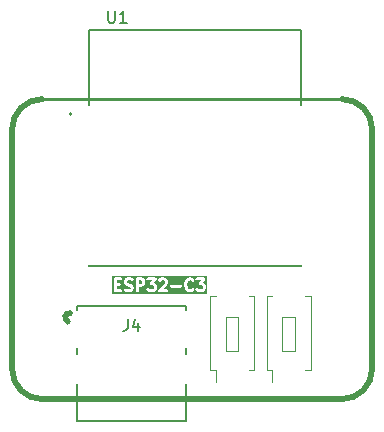
<source format=gbr>
%TF.GenerationSoftware,KiCad,Pcbnew,8.0.4*%
%TF.CreationDate,2024-08-01T02:26:55-04:00*%
%TF.ProjectId,esp32-c3-wroom-socket,65737033-322d-4633-932d-77726f6f6d2d,rev?*%
%TF.SameCoordinates,Original*%
%TF.FileFunction,Legend,Top*%
%TF.FilePolarity,Positive*%
%FSLAX46Y46*%
G04 Gerber Fmt 4.6, Leading zero omitted, Abs format (unit mm)*
G04 Created by KiCad (PCBNEW 8.0.4) date 2024-08-01 02:26:55*
%MOMM*%
%LPD*%
G01*
G04 APERTURE LIST*
%ADD10C,0.250000*%
%ADD11C,0.150000*%
%ADD12C,0.200000*%
%ADD13C,0.127000*%
%ADD14C,0.120000*%
%ADD15C,0.152400*%
%ADD16C,0.508000*%
%ADD17C,0.500000*%
G04 APERTURE END LIST*
D10*
G36*
X152461856Y-72314969D02*
G01*
X152480788Y-72333902D01*
X152506139Y-72384603D01*
X152506139Y-72468443D01*
X152480788Y-72519144D01*
X152461856Y-72538077D01*
X152411155Y-72563428D01*
X152184711Y-72563428D01*
X152184711Y-72289619D01*
X152411155Y-72289619D01*
X152461856Y-72314969D01*
G37*
G36*
X157976377Y-73414619D02*
G01*
X149952568Y-73414619D01*
X149952568Y-72164619D01*
X150077568Y-72164619D01*
X150077568Y-73164619D01*
X150079970Y-73189005D01*
X150098634Y-73234065D01*
X150133122Y-73268553D01*
X150178182Y-73287217D01*
X150202568Y-73289619D01*
X150678758Y-73289619D01*
X150703144Y-73287217D01*
X150748204Y-73268553D01*
X150782692Y-73234065D01*
X150801356Y-73189005D01*
X150801356Y-73140233D01*
X150782692Y-73095173D01*
X150748204Y-73060685D01*
X150703144Y-73042021D01*
X150678758Y-73039619D01*
X150327568Y-73039619D01*
X150327568Y-72765809D01*
X150535901Y-72765809D01*
X150560287Y-72763407D01*
X150605347Y-72744743D01*
X150639835Y-72710255D01*
X150658499Y-72665195D01*
X150658499Y-72616423D01*
X150639835Y-72571363D01*
X150605347Y-72536875D01*
X150560287Y-72518211D01*
X150535901Y-72515809D01*
X150327568Y-72515809D01*
X150327568Y-72355095D01*
X150934711Y-72355095D01*
X150934711Y-72450333D01*
X150937113Y-72474719D01*
X150938831Y-72478867D01*
X150939150Y-72483349D01*
X150947908Y-72506235D01*
X150995526Y-72601472D01*
X151002135Y-72611970D01*
X151003397Y-72615017D01*
X151006212Y-72618448D01*
X151008581Y-72622210D01*
X151011075Y-72624373D01*
X151018942Y-72633959D01*
X151066560Y-72681578D01*
X151076148Y-72689447D01*
X151078310Y-72691939D01*
X151082067Y-72694304D01*
X151085502Y-72697123D01*
X151088552Y-72698386D01*
X151099047Y-72704993D01*
X151194285Y-72752612D01*
X151196070Y-72753295D01*
X151196795Y-72753832D01*
X151207024Y-72757487D01*
X151217171Y-72761370D01*
X151218070Y-72761433D01*
X151219870Y-72762077D01*
X151397036Y-72806368D01*
X151461856Y-72838778D01*
X151480788Y-72857711D01*
X151506139Y-72908412D01*
X151506139Y-72944633D01*
X151480787Y-72995336D01*
X151461856Y-73014268D01*
X151411155Y-73039619D01*
X151222854Y-73039619D01*
X151099239Y-72998415D01*
X151075345Y-72992982D01*
X151026696Y-72996439D01*
X150983071Y-73018251D01*
X150951116Y-73055097D01*
X150935693Y-73101366D01*
X150939150Y-73150015D01*
X150960962Y-73193640D01*
X150997808Y-73225595D01*
X151020183Y-73235585D01*
X151163039Y-73283204D01*
X151175132Y-73285953D01*
X151178182Y-73287217D01*
X151182603Y-73287652D01*
X151186933Y-73288637D01*
X151190224Y-73288403D01*
X151202568Y-73289619D01*
X151440663Y-73289619D01*
X151465049Y-73287217D01*
X151469197Y-73285498D01*
X151473679Y-73285180D01*
X151496565Y-73276422D01*
X151591802Y-73228804D01*
X151602298Y-73222196D01*
X151605348Y-73220933D01*
X151608781Y-73218114D01*
X151612540Y-73215749D01*
X151614702Y-73213255D01*
X151624290Y-73205387D01*
X151671909Y-73157768D01*
X151679776Y-73148180D01*
X151682269Y-73146019D01*
X151684635Y-73142259D01*
X151687454Y-73138825D01*
X151688716Y-73135776D01*
X151695323Y-73125282D01*
X151742942Y-73030044D01*
X151751700Y-73007158D01*
X151752018Y-73002677D01*
X151753737Y-72998528D01*
X151756139Y-72974142D01*
X151756139Y-72878904D01*
X151753737Y-72854518D01*
X151752018Y-72850368D01*
X151751700Y-72845888D01*
X151742942Y-72823002D01*
X151695323Y-72727764D01*
X151688716Y-72717269D01*
X151687453Y-72714219D01*
X151684634Y-72710784D01*
X151682269Y-72707027D01*
X151679777Y-72704865D01*
X151671908Y-72695277D01*
X151624289Y-72647659D01*
X151614703Y-72639792D01*
X151612540Y-72637298D01*
X151608778Y-72634929D01*
X151605347Y-72632114D01*
X151602300Y-72630852D01*
X151591802Y-72624243D01*
X151496565Y-72576625D01*
X151494779Y-72575941D01*
X151494055Y-72575405D01*
X151483825Y-72571749D01*
X151473679Y-72567867D01*
X151472779Y-72567803D01*
X151470980Y-72567160D01*
X151293815Y-72522868D01*
X151228994Y-72490458D01*
X151210061Y-72471526D01*
X151184711Y-72420825D01*
X151184711Y-72384603D01*
X151210061Y-72333901D01*
X151228994Y-72314969D01*
X151279696Y-72289619D01*
X151467999Y-72289619D01*
X151591610Y-72330823D01*
X151615504Y-72336256D01*
X151664154Y-72332799D01*
X151707778Y-72310987D01*
X151739734Y-72274141D01*
X151755157Y-72227872D01*
X151751700Y-72179222D01*
X151744398Y-72164619D01*
X151934711Y-72164619D01*
X151934711Y-73164619D01*
X151937113Y-73189005D01*
X151955777Y-73234065D01*
X151990265Y-73268553D01*
X152035325Y-73287217D01*
X152084097Y-73287217D01*
X152129157Y-73268553D01*
X152163645Y-73234065D01*
X152182309Y-73189005D01*
X152184711Y-73164619D01*
X152184711Y-72813428D01*
X152440663Y-72813428D01*
X152465049Y-72811026D01*
X152469197Y-72809307D01*
X152473679Y-72808989D01*
X152496565Y-72800231D01*
X152591802Y-72752613D01*
X152602300Y-72746003D01*
X152605347Y-72744742D01*
X152608778Y-72741926D01*
X152612540Y-72739558D01*
X152614703Y-72737063D01*
X152624289Y-72729197D01*
X152671908Y-72681579D01*
X152679777Y-72671990D01*
X152682269Y-72669829D01*
X152684634Y-72666071D01*
X152687453Y-72662637D01*
X152688716Y-72659586D01*
X152695323Y-72649092D01*
X152742942Y-72553854D01*
X152751700Y-72530968D01*
X152752018Y-72526487D01*
X152753737Y-72522338D01*
X152756139Y-72497952D01*
X152756139Y-72355095D01*
X152753737Y-72330709D01*
X152752018Y-72326559D01*
X152751700Y-72322079D01*
X152742942Y-72299193D01*
X152695323Y-72203955D01*
X152688716Y-72193460D01*
X152687453Y-72190410D01*
X152684634Y-72186975D01*
X152682269Y-72183218D01*
X152679777Y-72181056D01*
X152671908Y-72171468D01*
X152640672Y-72140233D01*
X152841875Y-72140233D01*
X152841875Y-72189005D01*
X152860539Y-72234065D01*
X152895027Y-72268553D01*
X152940087Y-72287217D01*
X152964473Y-72289619D01*
X153308049Y-72289619D01*
X153156115Y-72463258D01*
X153148579Y-72473798D01*
X153146253Y-72476125D01*
X153145339Y-72478330D01*
X153141864Y-72483192D01*
X153135357Y-72502430D01*
X153127589Y-72521185D01*
X153127589Y-72525398D01*
X153126238Y-72529393D01*
X153127589Y-72549654D01*
X153127589Y-72569957D01*
X153129202Y-72573852D01*
X153129483Y-72578059D01*
X153138482Y-72596257D01*
X153146253Y-72615017D01*
X153149234Y-72617998D01*
X153151103Y-72621777D01*
X153166383Y-72635147D01*
X153180741Y-72649505D01*
X153184635Y-72651118D01*
X153187808Y-72653894D01*
X153207046Y-72660400D01*
X153225801Y-72668169D01*
X153231745Y-72668754D01*
X153234009Y-72669520D01*
X153237293Y-72669300D01*
X153250187Y-72670571D01*
X153363536Y-72670571D01*
X153414237Y-72695921D01*
X153433169Y-72714854D01*
X153458520Y-72765555D01*
X153458520Y-72944633D01*
X153433168Y-72995336D01*
X153414237Y-73014268D01*
X153363536Y-73039619D01*
X153136839Y-73039619D01*
X153086137Y-73014268D01*
X153052862Y-72980993D01*
X153033920Y-72965447D01*
X152988861Y-72946782D01*
X152940088Y-72946782D01*
X152895028Y-72965446D01*
X152860540Y-72999933D01*
X152841875Y-73044992D01*
X152841875Y-73093765D01*
X152860539Y-73138825D01*
X152876084Y-73157767D01*
X152923703Y-73205387D01*
X152933291Y-73213256D01*
X152935453Y-73215749D01*
X152939207Y-73218112D01*
X152942644Y-73220933D01*
X152945697Y-73222197D01*
X152956190Y-73228803D01*
X153051428Y-73276422D01*
X153074314Y-73285180D01*
X153078794Y-73285498D01*
X153082944Y-73287217D01*
X153107330Y-73289619D01*
X153393044Y-73289619D01*
X153417430Y-73287217D01*
X153421578Y-73285498D01*
X153426060Y-73285180D01*
X153448946Y-73276422D01*
X153544183Y-73228804D01*
X153554679Y-73222196D01*
X153557729Y-73220933D01*
X153561162Y-73218114D01*
X153564921Y-73215749D01*
X153567083Y-73213255D01*
X153576671Y-73205387D01*
X153624290Y-73157768D01*
X153632157Y-73148180D01*
X153634650Y-73146019D01*
X153637016Y-73142259D01*
X153638680Y-73140232D01*
X153794256Y-73140232D01*
X153794256Y-73189006D01*
X153799722Y-73202203D01*
X153812920Y-73234065D01*
X153847408Y-73268553D01*
X153879269Y-73281750D01*
X153892467Y-73287217D01*
X153892468Y-73287217D01*
X153916854Y-73289619D01*
X154535901Y-73289619D01*
X154560287Y-73287217D01*
X154605347Y-73268553D01*
X154639835Y-73234065D01*
X154658499Y-73189005D01*
X154658499Y-73140233D01*
X154639835Y-73095173D01*
X154605347Y-73060685D01*
X154560287Y-73042021D01*
X154535901Y-73039619D01*
X154218630Y-73039619D01*
X154498968Y-72759280D01*
X154841875Y-72759280D01*
X154841875Y-72808052D01*
X154860539Y-72853112D01*
X154895027Y-72887600D01*
X154940087Y-72906264D01*
X154964473Y-72908666D01*
X155726378Y-72908666D01*
X155750764Y-72906264D01*
X155795824Y-72887600D01*
X155830312Y-72853112D01*
X155848976Y-72808052D01*
X155848976Y-72759280D01*
X155830312Y-72714220D01*
X155795824Y-72679732D01*
X155750764Y-72661068D01*
X155726378Y-72658666D01*
X154964473Y-72658666D01*
X154940087Y-72661068D01*
X154895027Y-72679732D01*
X154860539Y-72714220D01*
X154841875Y-72759280D01*
X154498968Y-72759280D01*
X154576670Y-72681578D01*
X154592215Y-72662636D01*
X154593933Y-72658486D01*
X154596877Y-72655093D01*
X154606867Y-72632718D01*
X154620043Y-72593190D01*
X156029949Y-72593190D01*
X156029949Y-72736047D01*
X156030368Y-72740301D01*
X156030097Y-72742123D01*
X156031446Y-72751251D01*
X156032351Y-72760433D01*
X156033055Y-72762134D01*
X156033681Y-72766364D01*
X156081300Y-72956840D01*
X156081943Y-72958639D01*
X156082007Y-72959539D01*
X156085889Y-72969685D01*
X156089545Y-72979915D01*
X156090081Y-72980639D01*
X156090765Y-72982425D01*
X156138383Y-73077662D01*
X156144989Y-73088156D01*
X156146253Y-73091207D01*
X156149073Y-73094643D01*
X156151438Y-73098400D01*
X156153929Y-73100560D01*
X156161798Y-73110149D01*
X156257036Y-73205388D01*
X156275978Y-73220933D01*
X156280129Y-73222652D01*
X156283522Y-73225595D01*
X156305897Y-73235585D01*
X156448753Y-73283204D01*
X156460846Y-73285953D01*
X156463896Y-73287217D01*
X156468317Y-73287652D01*
X156472647Y-73288637D01*
X156475938Y-73288403D01*
X156488282Y-73289619D01*
X156583520Y-73289619D01*
X156595863Y-73288403D01*
X156599154Y-73288637D01*
X156603483Y-73287652D01*
X156607906Y-73287217D01*
X156610957Y-73285953D01*
X156623048Y-73283204D01*
X156765905Y-73235586D01*
X156788280Y-73225595D01*
X156791672Y-73222652D01*
X156795824Y-73220933D01*
X156814766Y-73205387D01*
X156862385Y-73157768D01*
X156877930Y-73138825D01*
X156896594Y-73093766D01*
X156896594Y-73044992D01*
X156877929Y-72999933D01*
X156843441Y-72965446D01*
X156798381Y-72946782D01*
X156749608Y-72946782D01*
X156704548Y-72965447D01*
X156685607Y-72980993D01*
X156658854Y-73007746D01*
X156563237Y-73039619D01*
X156508568Y-73039619D01*
X156412949Y-73007746D01*
X156352918Y-72947715D01*
X156320508Y-72882896D01*
X156279949Y-72720658D01*
X156279949Y-72608579D01*
X156320508Y-72446341D01*
X156352919Y-72381520D01*
X156412947Y-72321491D01*
X156508568Y-72289619D01*
X156563237Y-72289619D01*
X156658854Y-72321491D01*
X156685607Y-72348245D01*
X156704549Y-72363790D01*
X156749609Y-72382455D01*
X156798382Y-72382455D01*
X156843442Y-72363790D01*
X156877929Y-72329303D01*
X156896594Y-72284243D01*
X156896594Y-72235470D01*
X156877929Y-72190410D01*
X156862384Y-72171468D01*
X156831148Y-72140233D01*
X156984732Y-72140233D01*
X156984732Y-72189005D01*
X157003396Y-72234065D01*
X157037884Y-72268553D01*
X157082944Y-72287217D01*
X157107330Y-72289619D01*
X157450906Y-72289619D01*
X157298972Y-72463258D01*
X157291436Y-72473798D01*
X157289110Y-72476125D01*
X157288196Y-72478330D01*
X157284721Y-72483192D01*
X157278214Y-72502430D01*
X157270446Y-72521185D01*
X157270446Y-72525398D01*
X157269095Y-72529393D01*
X157270446Y-72549654D01*
X157270446Y-72569957D01*
X157272059Y-72573852D01*
X157272340Y-72578059D01*
X157281339Y-72596257D01*
X157289110Y-72615017D01*
X157292091Y-72617998D01*
X157293960Y-72621777D01*
X157309240Y-72635147D01*
X157323598Y-72649505D01*
X157327492Y-72651118D01*
X157330665Y-72653894D01*
X157349903Y-72660400D01*
X157368658Y-72668169D01*
X157374602Y-72668754D01*
X157376866Y-72669520D01*
X157380150Y-72669300D01*
X157393044Y-72670571D01*
X157506393Y-72670571D01*
X157557094Y-72695921D01*
X157576026Y-72714854D01*
X157601377Y-72765555D01*
X157601377Y-72944633D01*
X157576025Y-72995336D01*
X157557094Y-73014268D01*
X157506393Y-73039619D01*
X157279696Y-73039619D01*
X157228994Y-73014268D01*
X157195719Y-72980993D01*
X157176777Y-72965447D01*
X157131718Y-72946782D01*
X157082945Y-72946782D01*
X157037885Y-72965446D01*
X157003397Y-72999933D01*
X156984732Y-73044992D01*
X156984732Y-73093765D01*
X157003396Y-73138825D01*
X157018941Y-73157767D01*
X157066560Y-73205387D01*
X157076148Y-73213256D01*
X157078310Y-73215749D01*
X157082064Y-73218112D01*
X157085501Y-73220933D01*
X157088554Y-73222197D01*
X157099047Y-73228803D01*
X157194285Y-73276422D01*
X157217171Y-73285180D01*
X157221651Y-73285498D01*
X157225801Y-73287217D01*
X157250187Y-73289619D01*
X157535901Y-73289619D01*
X157560287Y-73287217D01*
X157564435Y-73285498D01*
X157568917Y-73285180D01*
X157591803Y-73276422D01*
X157687040Y-73228804D01*
X157697536Y-73222196D01*
X157700586Y-73220933D01*
X157704019Y-73218114D01*
X157707778Y-73215749D01*
X157709940Y-73213255D01*
X157719528Y-73205387D01*
X157767147Y-73157768D01*
X157775014Y-73148180D01*
X157777507Y-73146019D01*
X157779873Y-73142259D01*
X157782692Y-73138825D01*
X157783954Y-73135776D01*
X157790561Y-73125282D01*
X157838180Y-73030044D01*
X157846938Y-73007158D01*
X157847256Y-73002677D01*
X157848975Y-72998528D01*
X157851377Y-72974142D01*
X157851377Y-72736047D01*
X157848975Y-72711661D01*
X157847256Y-72707511D01*
X157846938Y-72703031D01*
X157838180Y-72680145D01*
X157790561Y-72584907D01*
X157783954Y-72574412D01*
X157782691Y-72571362D01*
X157779872Y-72567927D01*
X157777507Y-72564170D01*
X157775015Y-72562008D01*
X157767146Y-72552420D01*
X157719527Y-72504802D01*
X157709941Y-72496935D01*
X157707778Y-72494441D01*
X157704016Y-72492072D01*
X157700585Y-72489257D01*
X157697538Y-72487995D01*
X157687040Y-72481386D01*
X157637134Y-72456433D01*
X157820449Y-72246932D01*
X157827984Y-72236391D01*
X157830311Y-72234065D01*
X157831224Y-72231859D01*
X157834700Y-72226998D01*
X157841206Y-72207759D01*
X157848975Y-72189005D01*
X157848975Y-72184791D01*
X157850326Y-72180797D01*
X157848975Y-72160529D01*
X157848975Y-72140233D01*
X157847362Y-72136340D01*
X157847082Y-72132131D01*
X157838078Y-72113925D01*
X157830311Y-72095173D01*
X157827329Y-72092191D01*
X157825461Y-72088413D01*
X157810180Y-72075042D01*
X157795823Y-72060685D01*
X157791928Y-72059071D01*
X157788756Y-72056296D01*
X157769517Y-72049789D01*
X157750763Y-72042021D01*
X157744818Y-72041435D01*
X157742555Y-72040670D01*
X157739270Y-72040888D01*
X157726377Y-72039619D01*
X157107330Y-72039619D01*
X157082944Y-72042021D01*
X157037884Y-72060685D01*
X157003396Y-72095173D01*
X156984732Y-72140233D01*
X156831148Y-72140233D01*
X156814765Y-72123850D01*
X156795823Y-72108305D01*
X156791673Y-72106586D01*
X156788280Y-72103643D01*
X156765905Y-72093652D01*
X156623048Y-72046034D01*
X156610957Y-72043284D01*
X156607906Y-72042021D01*
X156603483Y-72041585D01*
X156599154Y-72040601D01*
X156595863Y-72040834D01*
X156583520Y-72039619D01*
X156488282Y-72039619D01*
X156475938Y-72040834D01*
X156472647Y-72040601D01*
X156468317Y-72041585D01*
X156463896Y-72042021D01*
X156460846Y-72043284D01*
X156448753Y-72046034D01*
X156305897Y-72093653D01*
X156283522Y-72103643D01*
X156280128Y-72106586D01*
X156275979Y-72108305D01*
X156257037Y-72123850D01*
X156161799Y-72219088D01*
X156153932Y-72228673D01*
X156151438Y-72230837D01*
X156149069Y-72234598D01*
X156146254Y-72238030D01*
X156144992Y-72241076D01*
X156138383Y-72251575D01*
X156090765Y-72346812D01*
X156090081Y-72348597D01*
X156089545Y-72349322D01*
X156085889Y-72359551D01*
X156082007Y-72369698D01*
X156081943Y-72370597D01*
X156081300Y-72372397D01*
X156033681Y-72562873D01*
X156033055Y-72567102D01*
X156032351Y-72568804D01*
X156031446Y-72577985D01*
X156030097Y-72587114D01*
X156030368Y-72588935D01*
X156029949Y-72593190D01*
X154620043Y-72593190D01*
X154654486Y-72489862D01*
X154657235Y-72477768D01*
X154658499Y-72474719D01*
X154658934Y-72470297D01*
X154659919Y-72465968D01*
X154659685Y-72462676D01*
X154660901Y-72450333D01*
X154660901Y-72355095D01*
X154658499Y-72330709D01*
X154656780Y-72326559D01*
X154656462Y-72322079D01*
X154647704Y-72299193D01*
X154600085Y-72203955D01*
X154593478Y-72193460D01*
X154592215Y-72190410D01*
X154589396Y-72186975D01*
X154587031Y-72183218D01*
X154584539Y-72181056D01*
X154576670Y-72171468D01*
X154529051Y-72123850D01*
X154519465Y-72115983D01*
X154517302Y-72113489D01*
X154513540Y-72111120D01*
X154510109Y-72108305D01*
X154507062Y-72107043D01*
X154496564Y-72100434D01*
X154401327Y-72052816D01*
X154378441Y-72044058D01*
X154373959Y-72043739D01*
X154369811Y-72042021D01*
X154345425Y-72039619D01*
X154107330Y-72039619D01*
X154082944Y-72042021D01*
X154078794Y-72043739D01*
X154074314Y-72044058D01*
X154051428Y-72052816D01*
X153956190Y-72100435D01*
X153945695Y-72107041D01*
X153942645Y-72108305D01*
X153939210Y-72111123D01*
X153935453Y-72113489D01*
X153933291Y-72115980D01*
X153923703Y-72123850D01*
X153876085Y-72171469D01*
X153860540Y-72190411D01*
X153841875Y-72235470D01*
X153841875Y-72284244D01*
X153860540Y-72329303D01*
X153895027Y-72363790D01*
X153940086Y-72382455D01*
X153988860Y-72382455D01*
X154033919Y-72363790D01*
X154052861Y-72348245D01*
X154086137Y-72314969D01*
X154136839Y-72289619D01*
X154315917Y-72289619D01*
X154366618Y-72314969D01*
X154385550Y-72333902D01*
X154410901Y-72384603D01*
X154410901Y-72430047D01*
X154379028Y-72525667D01*
X153828466Y-73076231D01*
X153812925Y-73095167D01*
X153812920Y-73095173D01*
X153800449Y-73125282D01*
X153794256Y-73140232D01*
X153638680Y-73140232D01*
X153639835Y-73138825D01*
X153641097Y-73135776D01*
X153647704Y-73125282D01*
X153695323Y-73030044D01*
X153704081Y-73007158D01*
X153704399Y-73002677D01*
X153706118Y-72998528D01*
X153708520Y-72974142D01*
X153708520Y-72736047D01*
X153706118Y-72711661D01*
X153704399Y-72707511D01*
X153704081Y-72703031D01*
X153695323Y-72680145D01*
X153647704Y-72584907D01*
X153641097Y-72574412D01*
X153639834Y-72571362D01*
X153637015Y-72567927D01*
X153634650Y-72564170D01*
X153632158Y-72562008D01*
X153624289Y-72552420D01*
X153576670Y-72504802D01*
X153567084Y-72496935D01*
X153564921Y-72494441D01*
X153561159Y-72492072D01*
X153557728Y-72489257D01*
X153554681Y-72487995D01*
X153544183Y-72481386D01*
X153494277Y-72456433D01*
X153677592Y-72246932D01*
X153685127Y-72236391D01*
X153687454Y-72234065D01*
X153688367Y-72231859D01*
X153691843Y-72226998D01*
X153698349Y-72207759D01*
X153706118Y-72189005D01*
X153706118Y-72184791D01*
X153707469Y-72180797D01*
X153706118Y-72160529D01*
X153706118Y-72140233D01*
X153704505Y-72136340D01*
X153704225Y-72132131D01*
X153695221Y-72113925D01*
X153687454Y-72095173D01*
X153684472Y-72092191D01*
X153682604Y-72088413D01*
X153667323Y-72075042D01*
X153652966Y-72060685D01*
X153649071Y-72059071D01*
X153645899Y-72056296D01*
X153626660Y-72049789D01*
X153607906Y-72042021D01*
X153601961Y-72041435D01*
X153599698Y-72040670D01*
X153596413Y-72040888D01*
X153583520Y-72039619D01*
X152964473Y-72039619D01*
X152940087Y-72042021D01*
X152895027Y-72060685D01*
X152860539Y-72095173D01*
X152841875Y-72140233D01*
X152640672Y-72140233D01*
X152624289Y-72123850D01*
X152614703Y-72115983D01*
X152612540Y-72113489D01*
X152608778Y-72111120D01*
X152605347Y-72108305D01*
X152602300Y-72107043D01*
X152591802Y-72100434D01*
X152496565Y-72052816D01*
X152473679Y-72044058D01*
X152469197Y-72043739D01*
X152465049Y-72042021D01*
X152440663Y-72039619D01*
X152059711Y-72039619D01*
X152035325Y-72042021D01*
X151990265Y-72060685D01*
X151955777Y-72095173D01*
X151937113Y-72140233D01*
X151934711Y-72164619D01*
X151744398Y-72164619D01*
X151729888Y-72135598D01*
X151693042Y-72103643D01*
X151670667Y-72093652D01*
X151527810Y-72046034D01*
X151515719Y-72043284D01*
X151512668Y-72042021D01*
X151508245Y-72041585D01*
X151503916Y-72040601D01*
X151500625Y-72040834D01*
X151488282Y-72039619D01*
X151250187Y-72039619D01*
X151225801Y-72042021D01*
X151221651Y-72043739D01*
X151217171Y-72044058D01*
X151194285Y-72052816D01*
X151099047Y-72100435D01*
X151088552Y-72107041D01*
X151085502Y-72108305D01*
X151082067Y-72111123D01*
X151078310Y-72113489D01*
X151076148Y-72115980D01*
X151066560Y-72123850D01*
X151018942Y-72171469D01*
X151011075Y-72181054D01*
X151008581Y-72183218D01*
X151006212Y-72186979D01*
X151003397Y-72190411D01*
X151002135Y-72193457D01*
X150995526Y-72203956D01*
X150947908Y-72299193D01*
X150939150Y-72322079D01*
X150938831Y-72326560D01*
X150937113Y-72330709D01*
X150934711Y-72355095D01*
X150327568Y-72355095D01*
X150327568Y-72289619D01*
X150678758Y-72289619D01*
X150703144Y-72287217D01*
X150748204Y-72268553D01*
X150782692Y-72234065D01*
X150801356Y-72189005D01*
X150801356Y-72140233D01*
X150782692Y-72095173D01*
X150748204Y-72060685D01*
X150703144Y-72042021D01*
X150678758Y-72039619D01*
X150202568Y-72039619D01*
X150178182Y-72042021D01*
X150133122Y-72060685D01*
X150098634Y-72095173D01*
X150079970Y-72140233D01*
X150077568Y-72164619D01*
X149952568Y-72164619D01*
X149952568Y-71914619D01*
X157976377Y-71914619D01*
X157976377Y-73414619D01*
G37*
D11*
X149603095Y-49469819D02*
X149603095Y-50279342D01*
X149603095Y-50279342D02*
X149650714Y-50374580D01*
X149650714Y-50374580D02*
X149698333Y-50422200D01*
X149698333Y-50422200D02*
X149793571Y-50469819D01*
X149793571Y-50469819D02*
X149984047Y-50469819D01*
X149984047Y-50469819D02*
X150079285Y-50422200D01*
X150079285Y-50422200D02*
X150126904Y-50374580D01*
X150126904Y-50374580D02*
X150174523Y-50279342D01*
X150174523Y-50279342D02*
X150174523Y-49469819D01*
X151174523Y-50469819D02*
X150603095Y-50469819D01*
X150888809Y-50469819D02*
X150888809Y-49469819D01*
X150888809Y-49469819D02*
X150793571Y-49612676D01*
X150793571Y-49612676D02*
X150698333Y-49707914D01*
X150698333Y-49707914D02*
X150603095Y-49755533D01*
X151241681Y-75564819D02*
X151241681Y-76279104D01*
X151241681Y-76279104D02*
X151194062Y-76421961D01*
X151194062Y-76421961D02*
X151098824Y-76517200D01*
X151098824Y-76517200D02*
X150955967Y-76564819D01*
X150955967Y-76564819D02*
X150860729Y-76564819D01*
X152146443Y-75898152D02*
X152146443Y-76564819D01*
X151908348Y-75517200D02*
X151670253Y-76231485D01*
X151670253Y-76231485D02*
X152289300Y-76231485D01*
D12*
%TO.C,U1*%
X146540000Y-58200000D02*
G75*
G02*
X146340000Y-58200000I-100000J0D01*
G01*
X146340000Y-58200000D02*
G75*
G02*
X146540000Y-58200000I100000J0D01*
G01*
D13*
X165940000Y-71100000D02*
X165940000Y-70970000D01*
X165940000Y-57430000D02*
X165940000Y-51100000D01*
X165940000Y-51100000D02*
X147940000Y-51100000D01*
X147940000Y-71100000D02*
X165940000Y-71100000D01*
X147940000Y-71100000D02*
X147940000Y-70970000D01*
X147940000Y-51100000D02*
X147940000Y-57430000D01*
D14*
%TO.C,SW1*%
X161490000Y-73650000D02*
X161950000Y-73650000D01*
X158250000Y-73650000D02*
X158710000Y-73650000D01*
X158250000Y-73650000D02*
X158250000Y-79850000D01*
X161950000Y-79850000D02*
X161950000Y-73650000D01*
X161490000Y-79850000D02*
X161950000Y-79850000D01*
X158710000Y-79850000D02*
X158710000Y-80850000D01*
X158250000Y-79850000D02*
X158710000Y-79850000D01*
X159550000Y-78250000D02*
X160600000Y-78250000D01*
X160600000Y-75400000D01*
X159550000Y-75400000D01*
X159550000Y-78250000D01*
D15*
%TO.C,J4*%
X146977615Y-74448000D02*
X146977615Y-74816794D01*
X146977615Y-78013207D02*
X146977615Y-78557399D01*
X146977615Y-81042602D02*
X146977615Y-84176199D01*
X146977615Y-84176199D02*
X156172415Y-84176199D01*
X156172415Y-74448000D02*
X146977615Y-74448000D01*
X156172415Y-74816798D02*
X156172415Y-74448000D01*
X156172415Y-78557399D02*
X156172415Y-78013201D01*
X156172415Y-84176199D02*
X156172415Y-81042602D01*
D16*
X146180675Y-75779872D02*
G75*
G02*
X146372115Y-75055143I161940J344872D01*
G01*
D17*
%TO.C,J2*%
X141470000Y-59480000D02*
X141470000Y-79800000D01*
D10*
X144010000Y-56940000D02*
X169410000Y-56940000D01*
D17*
X144010000Y-82340000D02*
X169410000Y-82340000D01*
X171950000Y-59480000D02*
X171950000Y-79800000D01*
X141470000Y-59480000D02*
G75*
G02*
X144010000Y-56940000I2540001J-1D01*
G01*
X144010000Y-82340000D02*
G75*
G02*
X141470000Y-79800000I1J2540001D01*
G01*
X169410000Y-56940000D02*
G75*
G02*
X171950000Y-59480000I0J-2540000D01*
G01*
X171950000Y-79800000D02*
G75*
G02*
X169410000Y-82340000I-2540000J0D01*
G01*
D14*
%TO.C,SW2*%
X166290000Y-73650000D02*
X166750000Y-73650000D01*
X163050000Y-73650000D02*
X163510000Y-73650000D01*
X163050000Y-73650000D02*
X163050000Y-79850000D01*
X166750000Y-79850000D02*
X166750000Y-73650000D01*
X166290000Y-79850000D02*
X166750000Y-79850000D01*
X163510000Y-79850000D02*
X163510000Y-80850000D01*
X163050000Y-79850000D02*
X163510000Y-79850000D01*
X164350000Y-78250000D02*
X165400000Y-78250000D01*
X165400000Y-75400000D01*
X164350000Y-75400000D01*
X164350000Y-78250000D01*
%TD*%
M02*

</source>
